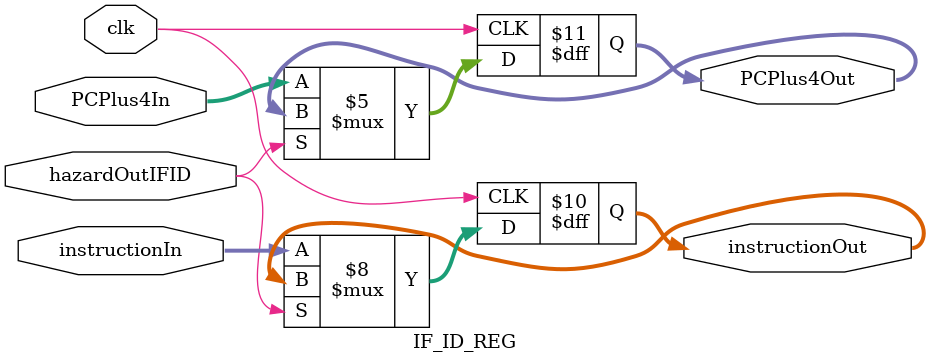
<source format=v>
`timescale 1ns / 1ps


module IF_ID_REG(instructionIn, PCPlus4In, instructionOut, PCPlus4Out, clk,hazardOutIFID);
    input hazardOutIFID;
    input clk;
    input [31:0] instructionIn, PCPlus4In;
    output reg [31:0] instructionOut, PCPlus4Out;
    
    initial begin
        instructionOut = 0;
        PCPlus4Out = 0;
    end    
    
    always @(posedge clk) begin
    if (hazardOutIFID == 0) begin//normal operation
        instructionOut <= instructionIn;
        PCPlus4Out <= PCPlus4In;
    end
    
    else begin //hazard detection
    instructionOut <= instructionOut;
        PCPlus4Out <= PCPlus4Out;
        end //end else begin
        
    end//end always
    
endmodule

</source>
